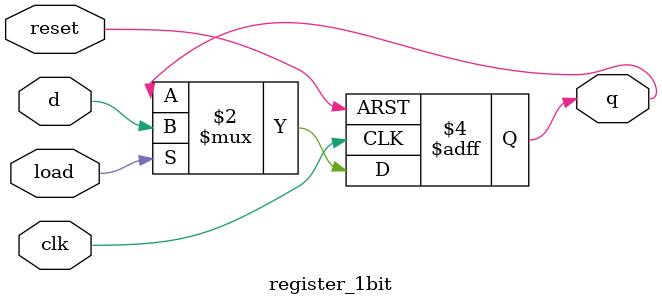
<source format=v>
 module register_1bit (
    input wire clk,
    input wire reset,
    input wire load,
    input wire d,
    output reg q
);
    always @(posedge clk or posedge reset) begin
        if (reset)
            q <= 1'b0;
        else if (load)
            q <= d;
    end
endmodule

</source>
